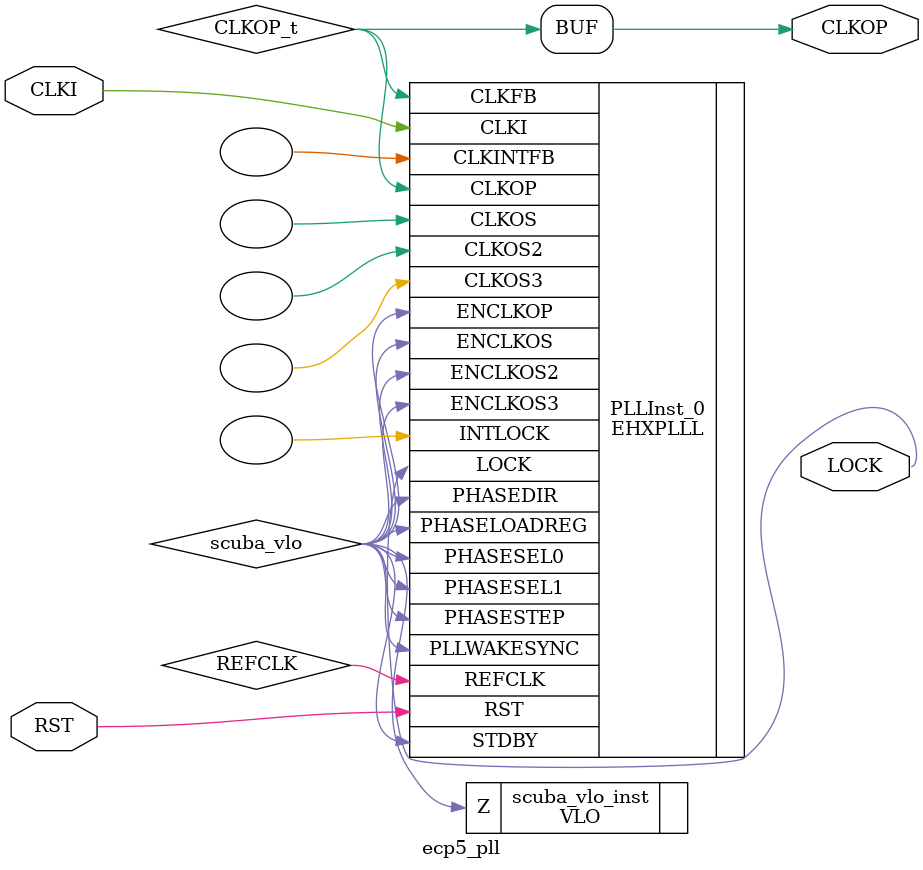
<source format=v>
/* Verilog netlist generated by SCUBA Diamond (64-bit) 3.3.0.109 */
/* Module Version: 5.6 */
/* C:\lscc_64\diamond\3.3_x64\ispfpga\bin\nt64\scuba.exe -w -n ecp5_pll -lang verilog -synth synplify -bus_exp 7 -bb -arch sa5p00m -type pll -fin 250 -fclkop 250 -fclkop_tol 0.0 -phase_cntl STATIC -rst -lock -fb_mode 1 -fdc C:/Temp/gammatest/Clarity/coregen/ecp5_pll/ecp5_pll.fdc  */
/* Mon Dec 15 15:46:51 2014 */


`timescale 1 ns / 1 ps
module ecp5_pll (CLKI, RST, CLKOP, LOCK)/* synthesis syn_noprune=1 *//* synthesis NGD_DRC_MASK=1 */;// exemplar attribute ecp5_pll dont_touch true 
    input wire CLKI;
    input wire RST;
    output wire CLKOP;
    output wire LOCK;

    wire REFCLK;
    wire CLKOP_t;
    wire scuba_vhi;
    wire scuba_vlo;

    VHI scuba_vhi_inst (.Z(scuba_vhi));

    VLO scuba_vlo_inst (.Z(scuba_vlo));

    defparam PLLInst_0.PLLRST_ENA = "ENABLED" ;
    defparam PLLInst_0.INTFB_WAKE = "DISABLED" ;
    defparam PLLInst_0.STDBY_ENABLE = "DISABLED" ;
    defparam PLLInst_0.DPHASE_SOURCE = "DISABLED" ;
    defparam PLLInst_0.CLKOS3_FPHASE = 0 ;
    defparam PLLInst_0.CLKOS3_CPHASE = 0 ;
    defparam PLLInst_0.CLKOS2_FPHASE = 0 ;
    defparam PLLInst_0.CLKOS2_CPHASE = 0 ;
    defparam PLLInst_0.CLKOS_FPHASE = 0 ;
    defparam PLLInst_0.CLKOS_CPHASE = 0 ;
    defparam PLLInst_0.CLKOP_FPHASE = 0 ;
    defparam PLLInst_0.CLKOP_CPHASE = 1 ;
    defparam PLLInst_0.PLL_LOCK_MODE = 0 ;
    defparam PLLInst_0.CLKOS_TRIM_DELAY = 0 ;
    defparam PLLInst_0.CLKOS_TRIM_POL = "FALLING" ;
    defparam PLLInst_0.CLKOP_TRIM_DELAY = 0 ;
    defparam PLLInst_0.CLKOP_TRIM_POL = "FALLING" ;
    defparam PLLInst_0.OUTDIVIDER_MUXD = "DIVD" ;
    defparam PLLInst_0.CLKOS3_ENABLE = "DISABLED" ;
    defparam PLLInst_0.OUTDIVIDER_MUXC = "DIVC" ;
    defparam PLLInst_0.CLKOS2_ENABLE = "DISABLED" ;
    defparam PLLInst_0.OUTDIVIDER_MUXB = "DIVB" ;
    defparam PLLInst_0.CLKOS_ENABLE = "DISABLED" ;
    defparam PLLInst_0.OUTDIVIDER_MUXA = "DIVA" ;
    defparam PLLInst_0.CLKOP_ENABLE = "ENABLED" ;
    defparam PLLInst_0.CLKOS3_DIV = 1 ;
    defparam PLLInst_0.CLKOS2_DIV = 1 ;
    defparam PLLInst_0.CLKOS_DIV = 1 ;
    defparam PLLInst_0.CLKOP_DIV = 2 ;
    defparam PLLInst_0.CLKFB_DIV = 1 ;
    defparam PLLInst_0.CLKI_DIV = 1 ;
    defparam PLLInst_0.FEEDBK_PATH = "CLKOP" ;
    EHXPLLL PLLInst_0 (.CLKI(CLKI), .CLKFB(CLKOP_t), .PHASESEL1(scuba_vlo), 
        .PHASESEL0(scuba_vlo), .PHASEDIR(scuba_vlo), .PHASESTEP(scuba_vlo), 
        .PHASELOADREG(scuba_vlo), .STDBY(scuba_vlo), .PLLWAKESYNC(scuba_vlo), 
        .RST(RST), .ENCLKOP(scuba_vlo), .ENCLKOS(scuba_vlo), .ENCLKOS2(scuba_vlo), 
        .ENCLKOS3(scuba_vlo), .CLKOP(CLKOP_t), .CLKOS(), .CLKOS2(), .CLKOS3(), 
        .LOCK(LOCK), .INTLOCK(), .REFCLK(REFCLK), .CLKINTFB())
             /* synthesis FREQUENCY_PIN_CLKOP="250.000000" */
             /* synthesis FREQUENCY_PIN_CLKI="250.000000" */
             /* synthesis ICP_CURRENT="11" */
             /* synthesis LPF_RESISTOR="36" */;

    assign CLKOP = CLKOP_t;


    // exemplar begin
    // exemplar attribute PLLInst_0 FREQUENCY_PIN_CLKOP 250.000000
    // exemplar attribute PLLInst_0 FREQUENCY_PIN_CLKI 250.000000
    // exemplar attribute PLLInst_0 ICP_CURRENT 11
    // exemplar attribute PLLInst_0 LPF_RESISTOR 36
    // exemplar end

endmodule

</source>
